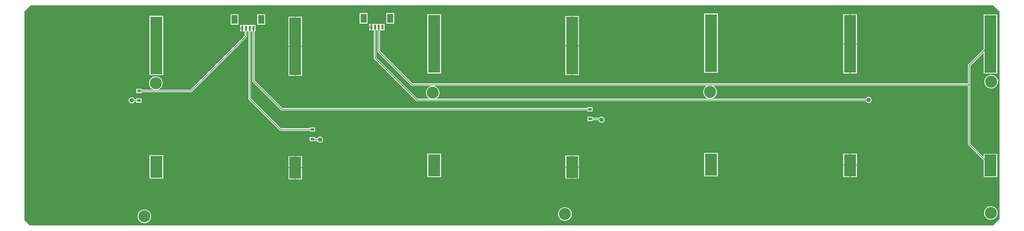
<source format=gbl>
G04 Layer_Physical_Order=2*
G04 Layer_Color=16711680*
%FSLAX42Y42*%
%MOMM*%
G71*
G01*
G75*
%ADD11C,0.25*%
%ADD12R,4.00X19.16*%
%ADD13R,4.00X7.26*%
%ADD14C,1.50*%
%ADD15C,4.00*%
%ADD16R,0.80X1.60*%
%ADD17R,2.10X3.00*%
%ADD18R,1.20X0.90*%
G36*
X32512Y7214D02*
Y305D01*
X32499D01*
X32296Y102D01*
X267D01*
X89Y279D01*
Y7226D01*
X292Y7429D01*
X32296D01*
X32512Y7214D01*
D02*
G37*
%LPC*%
G36*
X18526Y2437D02*
X18313D01*
Y2061D01*
X18526D01*
Y2437D01*
D02*
G37*
G36*
X27527Y2492D02*
X27315D01*
Y2117D01*
X27527D01*
Y2492D01*
D02*
G37*
G36*
X18288Y2437D02*
X18075D01*
Y2061D01*
X18288D01*
Y2437D01*
D02*
G37*
G36*
X9080Y2411D02*
X8868D01*
Y2036D01*
X9080D01*
Y2411D01*
D02*
G37*
G36*
X9318D02*
X9106D01*
Y2036D01*
X9318D01*
Y2411D01*
D02*
G37*
G36*
X27766Y2492D02*
X27553D01*
Y2117D01*
X27766D01*
Y2492D01*
D02*
G37*
G36*
X3656Y4368D02*
X3630Y4365D01*
X3605Y4355D01*
X3584Y4339D01*
X3568Y4318D01*
X3558Y4293D01*
X3555Y4267D01*
X3558Y4241D01*
X3568Y4217D01*
X3584Y4196D01*
X3605Y4180D01*
X3630Y4169D01*
X3656Y4166D01*
X3682Y4169D01*
X3707Y4180D01*
X3728Y4196D01*
X3744Y4217D01*
X3749Y4228D01*
X3812D01*
Y4189D01*
X3983D01*
Y4330D01*
X3812D01*
Y4306D01*
X3749D01*
X3744Y4318D01*
X3728Y4339D01*
X3707Y4355D01*
X3682Y4365D01*
X3656Y4368D01*
D02*
G37*
G36*
X32233Y5116D02*
X32188Y5112D01*
X32146Y5099D01*
X32107Y5078D01*
X32072Y5050D01*
X32044Y5015D01*
X32023Y4976D01*
X32010Y4934D01*
X32006Y4890D01*
X32010Y4845D01*
X32023Y4803D01*
X32044Y4764D01*
X32072Y4729D01*
X32107Y4701D01*
X32146Y4680D01*
X32188Y4667D01*
X32233Y4663D01*
X32277Y4667D01*
X32319Y4680D01*
X32358Y4701D01*
X32393Y4729D01*
X32421Y4764D01*
X32442Y4803D01*
X32455Y4845D01*
X32459Y4890D01*
X32455Y4934D01*
X32442Y4976D01*
X32421Y5015D01*
X32393Y5050D01*
X32358Y5078D01*
X32319Y5099D01*
X32277Y5112D01*
X32233Y5116D01*
D02*
G37*
G36*
X7772Y6775D02*
X7344D01*
Y6670D01*
Y6564D01*
X7417D01*
Y6420D01*
X5616Y4618D01*
X4551D01*
X4548Y4631D01*
X4584Y4650D01*
X4618Y4679D01*
X4646Y4713D01*
X4667Y4752D01*
X4680Y4795D01*
X4684Y4839D01*
X4680Y4883D01*
X4667Y4925D01*
X4646Y4965D01*
X4618Y4999D01*
X4584Y5027D01*
X4544Y5048D01*
X4502Y5061D01*
X4458Y5065D01*
X4414Y5061D01*
X4371Y5048D01*
X4332Y5027D01*
X4298Y4999D01*
X4269Y4965D01*
X4248Y4925D01*
X4236Y4883D01*
X4231Y4839D01*
X4236Y4795D01*
X4248Y4752D01*
X4269Y4713D01*
X4298Y4679D01*
X4332Y4650D01*
X4368Y4631D01*
X4365Y4618D01*
X3983D01*
Y4650D01*
X3812D01*
Y4509D01*
X3983D01*
Y4541D01*
X5632D01*
X5647Y4544D01*
X5660Y4552D01*
X7484Y6376D01*
X7492Y6389D01*
X7495Y6404D01*
Y6564D01*
X7542D01*
Y4317D01*
X7545Y4302D01*
X7554Y4290D01*
X8574Y3269D01*
X8587Y3261D01*
X8601Y3258D01*
X9578D01*
Y3226D01*
X9749D01*
Y3367D01*
X9578D01*
Y3336D01*
X8617D01*
X7620Y4333D01*
Y6564D01*
X7667D01*
Y4916D01*
X7670Y4901D01*
X7679Y4888D01*
X8625Y3943D01*
X8637Y3934D01*
X8652Y3931D01*
X18811D01*
Y3900D01*
X18981D01*
Y4040D01*
X18811D01*
Y4009D01*
X8668D01*
X7745Y4932D01*
Y6564D01*
X7772D01*
Y6775D01*
D02*
G37*
G36*
X9917Y3060D02*
X9891Y3057D01*
X9866Y3047D01*
X9845Y3031D01*
X9829Y3010D01*
X9825Y2998D01*
X9749D01*
Y3047D01*
X9578D01*
Y2907D01*
X9749D01*
Y2920D01*
X9825D01*
X9829Y2908D01*
X9845Y2887D01*
X9866Y2871D01*
X9891Y2861D01*
X9917Y2858D01*
X9943Y2861D01*
X9968Y2871D01*
X9989Y2887D01*
X10005Y2908D01*
X10015Y2933D01*
X10018Y2959D01*
X10015Y2985D01*
X10005Y3010D01*
X9989Y3031D01*
X9968Y3047D01*
X9943Y3057D01*
X9917Y3060D01*
D02*
G37*
G36*
X19277Y3721D02*
X19251Y3717D01*
X19226Y3707D01*
X19205Y3691D01*
X19204Y3689D01*
X18981D01*
Y3720D01*
X18811D01*
Y3580D01*
X18981D01*
Y3611D01*
X19177D01*
X19179Y3593D01*
X19189Y3569D01*
X19205Y3548D01*
X19226Y3532D01*
X19251Y3522D01*
X19277Y3518D01*
X19303Y3522D01*
X19328Y3532D01*
X19349Y3548D01*
X19365Y3569D01*
X19375Y3593D01*
X19378Y3619D01*
X19375Y3646D01*
X19365Y3670D01*
X19349Y3691D01*
X19328Y3707D01*
X19303Y3717D01*
X19277Y3721D01*
D02*
G37*
G36*
X23143Y2518D02*
X22692D01*
Y1741D01*
X23143D01*
Y2518D01*
D02*
G37*
G36*
X9080Y2010D02*
X8868D01*
Y1634D01*
X9080D01*
Y2010D01*
D02*
G37*
G36*
X9318D02*
X9106D01*
Y1634D01*
X9318D01*
Y2010D01*
D02*
G37*
G36*
X32220Y747D02*
X32176Y743D01*
X32133Y730D01*
X32094Y709D01*
X32060Y681D01*
X32032Y647D01*
X32011Y607D01*
X31998Y565D01*
X31993Y521D01*
X31998Y477D01*
X32011Y434D01*
X32032Y395D01*
X32060Y361D01*
X32094Y332D01*
X32133Y311D01*
X32176Y299D01*
X32220Y294D01*
X32264Y299D01*
X32307Y311D01*
X32346Y332D01*
X32380Y361D01*
X32408Y395D01*
X32429Y434D01*
X32442Y477D01*
X32446Y521D01*
X32442Y565D01*
X32429Y607D01*
X32408Y647D01*
X32380Y681D01*
X32346Y709D01*
X32307Y730D01*
X32264Y743D01*
X32220Y747D01*
D02*
G37*
G36*
X4077Y633D02*
X4033Y629D01*
X3990Y616D01*
X3951Y595D01*
X3917Y567D01*
X3888Y532D01*
X3867Y493D01*
X3855Y451D01*
X3850Y406D01*
X3855Y362D01*
X3867Y320D01*
X3888Y281D01*
X3917Y246D01*
X3951Y218D01*
X3990Y197D01*
X4033Y184D01*
X4077Y180D01*
X4121Y184D01*
X4163Y197D01*
X4203Y218D01*
X4237Y246D01*
X4265Y281D01*
X4286Y320D01*
X4299Y362D01*
X4303Y406D01*
X4299Y451D01*
X4286Y493D01*
X4265Y532D01*
X4237Y567D01*
X4203Y595D01*
X4163Y616D01*
X4121Y629D01*
X4077Y633D01*
D02*
G37*
G36*
X18059Y709D02*
X18015Y705D01*
X17973Y692D01*
X17934Y671D01*
X17899Y643D01*
X17871Y608D01*
X17850Y569D01*
X17837Y527D01*
X17833Y483D01*
X17837Y438D01*
X17850Y396D01*
X17871Y357D01*
X17899Y322D01*
X17934Y294D01*
X17973Y273D01*
X18015Y260D01*
X18059Y256D01*
X18104Y260D01*
X18146Y273D01*
X18185Y294D01*
X18220Y322D01*
X18248Y357D01*
X18269Y396D01*
X18282Y438D01*
X18286Y483D01*
X18282Y527D01*
X18269Y569D01*
X18248Y608D01*
X18220Y643D01*
X18185Y671D01*
X18146Y692D01*
X18104Y705D01*
X18059Y709D01*
D02*
G37*
G36*
X18288Y2036D02*
X18075D01*
Y1660D01*
X18288D01*
Y2036D01*
D02*
G37*
G36*
X27766Y2091D02*
X27553D01*
Y1716D01*
X27766D01*
Y2091D01*
D02*
G37*
G36*
X13940Y2493D02*
X13489D01*
Y1716D01*
X13940D01*
Y2493D01*
D02*
G37*
G36*
X27527Y2091D02*
X27315D01*
Y1716D01*
X27527D01*
Y2091D01*
D02*
G37*
G36*
X18526Y2036D02*
X18313D01*
Y1660D01*
X18526D01*
Y2036D01*
D02*
G37*
G36*
X4702Y2442D02*
X4252D01*
Y1665D01*
X4702D01*
Y2442D01*
D02*
G37*
G36*
X27527Y7129D02*
X27315D01*
Y6159D01*
X27527D01*
Y7129D01*
D02*
G37*
G36*
X27766D02*
X27553D01*
Y6159D01*
X27766D01*
Y7129D01*
D02*
G37*
G36*
X7319Y6657D02*
X7266D01*
Y6564D01*
X7319D01*
Y6657D01*
D02*
G37*
G36*
X9318Y7048D02*
X9106D01*
Y6078D01*
X9318D01*
Y7048D01*
D02*
G37*
G36*
X18288Y7074D02*
X18075D01*
Y6103D01*
X18288D01*
Y7074D01*
D02*
G37*
G36*
X18526D02*
X18313D01*
Y6103D01*
X18526D01*
Y7074D01*
D02*
G37*
G36*
X11608Y6693D02*
X11556D01*
Y6600D01*
X11608D01*
Y6693D01*
D02*
G37*
G36*
X8092Y7135D02*
X7831D01*
Y6784D01*
X8092D01*
Y7135D01*
D02*
G37*
G36*
X11496Y7171D02*
X11236D01*
Y6820D01*
X11496D01*
Y7171D01*
D02*
G37*
G36*
X12381D02*
X12121D01*
Y6820D01*
X12381D01*
Y7171D01*
D02*
G37*
G36*
X7319Y6775D02*
X7266D01*
Y6682D01*
X7319D01*
Y6775D01*
D02*
G37*
G36*
X11608Y6811D02*
X11556D01*
Y6718D01*
X11608D01*
Y6811D01*
D02*
G37*
G36*
X7207Y7135D02*
X6946D01*
Y6784D01*
X7207D01*
Y7135D01*
D02*
G37*
G36*
X18288Y6078D02*
X18075D01*
Y5107D01*
X18288D01*
Y6078D01*
D02*
G37*
G36*
X18526D02*
X18313D01*
Y5107D01*
X18526D01*
Y6078D01*
D02*
G37*
G36*
X9318Y6052D02*
X9106D01*
Y5081D01*
X9318D01*
Y6052D01*
D02*
G37*
G36*
X32432Y7125D02*
X31982D01*
Y5971D01*
X31469Y5458D01*
X31460Y5445D01*
X31457Y5430D01*
Y4827D01*
X12994D01*
X11910Y5911D01*
Y6600D01*
X12061D01*
Y6811D01*
X11634D01*
Y6706D01*
Y6600D01*
X11707D01*
Y5677D01*
X11710Y5662D01*
X11718Y5649D01*
X13115Y4252D01*
X13128Y4244D01*
X13143Y4241D01*
X28062D01*
X28067Y4229D01*
X28083Y4208D01*
X28104Y4192D01*
X28128Y4182D01*
X28154Y4179D01*
X28181Y4182D01*
X28205Y4192D01*
X28226Y4208D01*
X28242Y4229D01*
X28252Y4254D01*
X28256Y4280D01*
X28252Y4306D01*
X28242Y4331D01*
X28226Y4352D01*
X28205Y4368D01*
X28181Y4378D01*
X28154Y4381D01*
X28128Y4378D01*
X28104Y4368D01*
X28083Y4352D01*
X28067Y4331D01*
X28062Y4319D01*
X22954D01*
X22953Y4331D01*
X22972Y4337D01*
X23011Y4358D01*
X23046Y4386D01*
X23074Y4421D01*
X23095Y4460D01*
X23108Y4502D01*
X23112Y4547D01*
X23108Y4591D01*
X23095Y4633D01*
X23074Y4672D01*
X23046Y4707D01*
X23011Y4735D01*
X23008Y4737D01*
X23011Y4749D01*
X31457D01*
Y2810D01*
X31460Y2795D01*
X31469Y2783D01*
X31982Y2270D01*
Y1711D01*
X32432D01*
Y2488D01*
X31982D01*
Y2396D01*
X31970Y2391D01*
X31535Y2826D01*
Y4788D01*
Y5414D01*
X31970Y5849D01*
X31982Y5844D01*
Y5158D01*
X32432D01*
Y7125D01*
D02*
G37*
G36*
X9080Y6052D02*
X8868D01*
Y5081D01*
X9080D01*
Y6052D01*
D02*
G37*
G36*
X4702Y7079D02*
X4252D01*
Y5112D01*
X4702D01*
Y7079D01*
D02*
G37*
G36*
X23143Y7155D02*
X22692D01*
Y5188D01*
X23143D01*
Y7155D01*
D02*
G37*
G36*
X9080Y7048D02*
X8868D01*
Y6078D01*
X9080D01*
Y7048D01*
D02*
G37*
G36*
X13940Y7130D02*
X13489D01*
Y5163D01*
X13940D01*
Y7130D01*
D02*
G37*
G36*
X27527Y6133D02*
X27315D01*
Y5163D01*
X27527D01*
Y6133D01*
D02*
G37*
G36*
X27766D02*
X27553D01*
Y5163D01*
X27766D01*
Y6133D01*
D02*
G37*
%LPD*%
G36*
X22763Y4737D02*
X22760Y4735D01*
X22725Y4707D01*
X22697Y4672D01*
X22676Y4633D01*
X22663Y4591D01*
X22659Y4547D01*
X22663Y4502D01*
X22676Y4460D01*
X22697Y4421D01*
X22725Y4386D01*
X22760Y4358D01*
X22799Y4337D01*
X22818Y4331D01*
X22816Y4319D01*
X13791D01*
X13788Y4331D01*
X13791Y4333D01*
X13825Y4361D01*
X13854Y4395D01*
X13874Y4435D01*
X13887Y4477D01*
X13892Y4521D01*
X13887Y4565D01*
X13874Y4608D01*
X13854Y4647D01*
X13825Y4681D01*
X13791Y4710D01*
X13752Y4730D01*
X13732Y4736D01*
X13734Y4749D01*
X22760D01*
X22763Y4737D01*
D02*
G37*
G36*
X11832Y5895D02*
X11835Y5880D01*
X11843Y5867D01*
X12950Y4760D01*
X12963Y4752D01*
X12978Y4749D01*
X13596D01*
X13598Y4736D01*
X13579Y4730D01*
X13539Y4710D01*
X13505Y4681D01*
X13477Y4647D01*
X13456Y4608D01*
X13443Y4565D01*
X13439Y4521D01*
X13443Y4477D01*
X13456Y4435D01*
X13477Y4395D01*
X13505Y4361D01*
X13539Y4333D01*
X13543Y4331D01*
X13540Y4319D01*
X13159D01*
X11785Y5693D01*
Y6600D01*
X11832D01*
Y5895D01*
D02*
G37*
D11*
X8652Y3970D02*
X18896D01*
X7706Y4916D02*
X8652Y3970D01*
X7706Y4916D02*
Y6670D01*
X8601Y3297D02*
X9663D01*
X7581Y4317D02*
X8601Y3297D01*
X7581Y4317D02*
Y6670D01*
X19246Y3650D02*
X19277Y3619D01*
X18896Y3650D02*
X19246D01*
X7456Y6404D02*
Y6670D01*
X5632Y4580D02*
X7456Y6404D01*
X3897Y4580D02*
X5632D01*
X9681Y2959D02*
X9917D01*
X3656Y4267D02*
X3890D01*
X3897Y4260D01*
X13143Y4280D02*
X28154D01*
X11746Y5677D02*
X13143Y4280D01*
X11746Y5677D02*
Y6706D01*
X11871Y5895D02*
X12978Y4788D01*
X11871Y5895D02*
Y6706D01*
X31496Y5430D02*
X32207Y6141D01*
X31496Y2810D02*
X32207Y2099D01*
X31496Y2810D02*
Y4788D01*
Y5430D01*
X12978Y4788D02*
X31496D01*
D12*
X4477Y6095D02*
D03*
X9093Y6065D02*
D03*
X32207Y6141D02*
D03*
X27540Y6146D02*
D03*
X22917Y6171D02*
D03*
X18301Y6090D02*
D03*
X13714Y6147D02*
D03*
D13*
X4477Y2053D02*
D03*
X9093Y2023D02*
D03*
X32207Y2099D02*
D03*
X27540Y2104D02*
D03*
X22917Y2129D02*
D03*
X18301Y2048D02*
D03*
X13714Y2105D02*
D03*
D14*
X28154Y4280D02*
D03*
X19277Y3619D02*
D03*
X3656Y4267D02*
D03*
X9917Y2959D02*
D03*
D15*
X32220Y521D02*
D03*
X4077Y406D02*
D03*
X4458Y4839D02*
D03*
X18059Y483D02*
D03*
X13665Y4521D02*
D03*
X22885Y4547D02*
D03*
X32233Y4890D02*
D03*
D16*
X11621Y6706D02*
D03*
X11746D02*
D03*
X11871D02*
D03*
X11996D02*
D03*
X7331Y6670D02*
D03*
X7456D02*
D03*
X7581D02*
D03*
X7706D02*
D03*
D17*
X11366Y6996D02*
D03*
X12251D02*
D03*
X7076Y6960D02*
D03*
X7961D02*
D03*
D18*
X3897Y4260D02*
D03*
Y4580D02*
D03*
X9663Y2977D02*
D03*
Y3297D02*
D03*
X18896Y3650D02*
D03*
Y3970D02*
D03*
M02*

</source>
